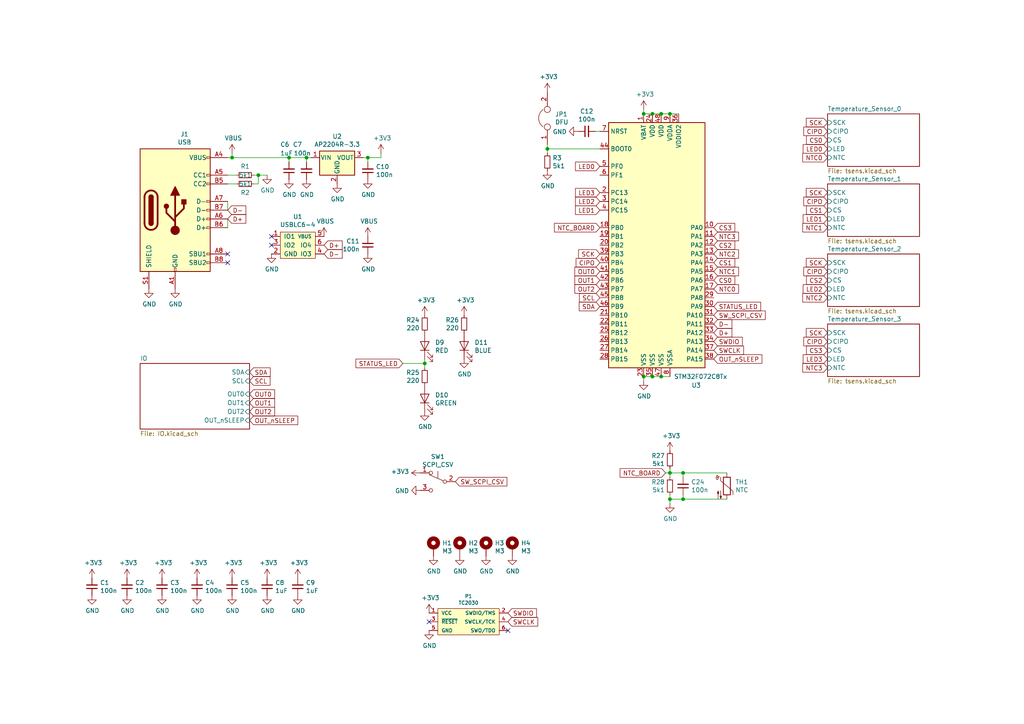
<source format=kicad_sch>
(kicad_sch (version 20211123) (generator eeschema)
  (paper "A4")
  (title_block (title "temperature-logger") (date "2022-01-19") (rev "v1.0") (company "Jana Marie Hemsing"))
  (lib_symbols
    (symbol "Connector:USB_C_Receptacle_USB2.0" (pin_names (offset 1.016))
      (property "Reference" "J" (at -10.16 19.05 0))
      (property "Value" "USB_C_Receptacle_USB2.0" (at 19.05 19.05 0))
      (symbol "USB_C_Receptacle_USB2.0_0_0"
        (rectangle (start -0.254 -17.78) (end 0.254 -16.764))
        (rectangle (start 10.16 -14.986) (end 9.144 -15.494))
        (rectangle (start 10.16 -12.446) (end 9.144 -12.954))
        (rectangle (start 10.16 -4.826) (end 9.144 -5.334))
        (rectangle (start 10.16 -2.286) (end 9.144 -2.794))
        (rectangle (start 10.16 0.254) (end 9.144 -0.254))
        (rectangle (start 10.16 2.794) (end 9.144 2.286))
        (rectangle (start 10.16 7.874) (end 9.144 7.366))
        (rectangle (start 10.16 10.414) (end 9.144 9.906))
        (rectangle (start 10.16 15.494) (end 9.144 14.986))
      )
      (symbol "USB_C_Receptacle_USB2.0_0_1"
        (rectangle (start -10.16 17.78) (end 10.16 -17.78) (stroke (width 0.254)) (fill (type background)))
        (arc (start -8.89 -3.81) (mid -6.985 -5.715) (end -5.08 -3.81) (stroke (width 0.508)))
        (arc (start -7.62 -3.81) (mid -6.985 -4.445) (end -6.35 -3.81) (stroke (width 0.254)))
        (arc (start -7.62 -3.81) (mid -6.985 -4.445) (end -6.35 -3.81) (stroke (width 0.254)) (fill (type outline)))
        (rectangle (start -7.62 -3.81) (end -6.35 3.81) (stroke (width 0.254)) (fill (type outline)))
        (arc (start -6.35 3.81) (mid -6.985 4.445) (end -7.62 3.81) (stroke (width 0.254)))
        (arc (start -6.35 3.81) (mid -6.985 4.445) (end -7.62 3.81) (stroke (width 0.254)) (fill (type outline)))
        (arc (start -5.08 3.81) (mid -6.985 5.715) (end -8.89 3.81) (stroke (width 0.508)))
        (circle (center -2.54 1.143) (radius 0.635) (stroke (width 0.254)) (fill (type outline)))
        (circle (center 0 -5.842) (radius 1.27) (fill (type outline)))
        (polyline (pts (xy -8.89 -3.81) (xy -8.89 3.81)) (stroke (width 0.508)))
        (polyline (pts (xy -5.08 3.81) (xy -5.08 -3.81)) (stroke (width 0.508)))
        (polyline (pts (xy 0 -5.842) (xy 0 4.318)) (stroke (width 0.508)))
        (polyline (pts (xy 0 -3.302) (xy -2.54 -0.762) (xy -2.54 0.508)) (stroke (width 0.508)))
        (polyline (pts (xy 0 -2.032) (xy 2.54 0.508) (xy 2.54 1.778)) (stroke (width 0.508)))
        (polyline (pts (xy -1.27 4.318) (xy 0 6.858) (xy 1.27 4.318) (xy -1.27 4.318)) (stroke (width 0.254)) (fill (type outline)))
        (rectangle (start 1.905 1.778) (end 3.175 3.048) (stroke (width 0.254)) (fill (type outline)))
      )
      (symbol "USB_C_Receptacle_USB2.0_1_1"
        (pin power_in line (at 0 -22.86 90) (length 5.08) (name "GND") (number "A1"))
        (pin passive line (at 0 -22.86 90) (length 5.08) hide (name "GND") (number "A12"))
        (pin power_in line (at 15.24 15.24 180) (length 5.08) (name "VBUS") (number "A4"))
        (pin bidirectional line (at 15.24 10.16 180) (length 5.08) (name "CC1") (number "A5"))
        (pin bidirectional line (at 15.24 -2.54 180) (length 5.08) (name "D+") (number "A6"))
        (pin bidirectional line (at 15.24 2.54 180) (length 5.08) (name "D-") (number "A7"))
        (pin bidirectional line (at 15.24 -12.7 180) (length 5.08) (name "SBU1") (number "A8"))
        (pin passive line (at 15.24 15.24 180) (length 5.08) hide (name "VBUS") (number "A9"))
        (pin passive line (at 0 -22.86 90) (length 5.08) hide (name "GND") (number "B1"))
        (pin passive line (at 0 -22.86 90) (length 5.08) hide (name "GND") (number "B12"))
        (pin passive line (at 15.24 15.24 180) (length 5.08) hide (name "VBUS") (number "B4"))
        (pin bidirectional line (at 15.24 7.62 180) (length 5.08) (name "CC2") (number "B5"))
        (pin bidirectional line (at 15.24 -5.08 180) (length 5.08) (name "D+") (number "B6"))
        (pin bidirectional line (at 15.24 0 180) (length 5.08) (name "D-") (number "B7"))
        (pin bidirectional line (at 15.24 -15.24 180) (length 5.08) (name "SBU2") (number "B8"))
        (pin passive line (at 15.24 15.24 180) (length 5.08) hide (name "VBUS") (number "B9"))
        (pin passive line (at -7.62 -22.86 90) (length 5.08) (name "SHIELD") (number "S1"))
      )
    )
    (symbol "Device:C_Small" (pin_numbers hide) (pin_names (offset 0.254) hide)
      (property "Reference" "C" (at 0.254 1.778 0))
      (property "Value" "C_Small" (at 0.254 -2.032 0))
      (symbol "C_Small_0_1"
        (polyline (pts (xy -1.524 -0.508) (xy 1.524 -0.508)) (stroke (width 0.3302)))
        (polyline (pts (xy -1.524 0.508) (xy 1.524 0.508)) (stroke (width 0.3048)))
      )
      (symbol "C_Small_1_1"
        (pin passive line (at 0 2.54 270) (length 2.032) (name "~") (number "1"))
        (pin passive line (at 0 -2.54 90) (length 2.032) (name "~") (number "2"))
      )
    )
    (symbol "Device:Jumper" (pin_names (offset 0.762) hide)
      (property "Reference" "JP" (at 0 3.81 0))
      (property "Value" "Jumper" (at 0 -2.032 0))
      (symbol "Jumper_0_1"
        (circle (center -2.54 0) (radius 0.889))
        (arc (start 2.5146 1.27) (mid 0.0127 2.5097) (end -2.4892 1.27))
        (circle (center 2.54 0) (radius 0.889))
        (pin passive line (at -7.62 0 0) (length 4.191) (name "1") (number "1"))
        (pin passive line (at 7.62 0 180) (length 4.191) (name "2") (number "2"))
      )
    )
    (symbol "Device:LED" (pin_numbers hide) (pin_names (offset 1.016) hide)
      (property "Reference" "D" (at 0 2.54 0))
      (property "Value" "LED" (at 0 -2.54 0))
      (symbol "LED_0_1"
        (polyline (pts (xy -1.27 -1.27) (xy -1.27 1.27)) (stroke (width 0.2032)))
        (polyline (pts (xy -1.27 0) (xy 1.27 0)))
        (polyline (pts (xy 1.27 -1.27) (xy 1.27 1.27) (xy -1.27 0) (xy 1.27 -1.27)) (stroke (width 0.2032)))
        (polyline (pts (xy -3.048 -0.762) (xy -4.572 -2.286) (xy -3.81 -2.286) (xy -4.572 -2.286) (xy -4.572 -1.524)))
        (polyline (pts (xy -1.778 -0.762) (xy -3.302 -2.286) (xy -2.54 -2.286) (xy -3.302 -2.286) (xy -3.302 -1.524)))
      )
      (symbol "LED_1_1"
        (pin passive line (at -3.81 0 0) (length 2.54) (name "K") (number "1"))
        (pin passive line (at 3.81 0 180) (length 2.54) (name "A") (number "2"))
      )
    )
    (symbol "Device:R_Small" (pin_numbers hide) (pin_names (offset 0.254) hide)
      (property "Reference" "R" (at 0.762 0.508 0))
      (property "Value" "R_Small" (at 0.762 -1.016 0))
      (symbol "R_Small_0_1"
        (rectangle (start -0.762 1.778) (end 0.762 -1.778) (stroke (width 0.2032)))
      )
      (symbol "R_Small_1_1"
        (pin passive line (at 0 2.54 270) (length 0.762) (name "~") (number "1"))
        (pin passive line (at 0 -2.54 90) (length 0.762) (name "~") (number "2"))
      )
    )
    (symbol "Device:Thermistor_NTC" (pin_numbers hide) (pin_names (offset 0))
      (property "Reference" "TH" (at -4.445 0 90))
      (property "Value" "Thermistor_NTC" (at 3.175 0 90))
      (symbol "Thermistor_NTC_0_1"
        (arc (start -3.048 2.159) (mid -3.0505 2.3165) (end -3.175 2.413))
        (arc (start -3.048 2.159) (mid -2.9736 1.9794) (end -2.794 1.905))
        (arc (start -3.048 2.794) (mid -2.9736 2.6144) (end -2.794 2.54))
        (arc (start -2.794 1.905) (mid -2.6144 1.9794) (end -2.54 2.159))
        (arc (start -2.794 2.54) (mid -2.434 2.5608) (end -2.159 2.794))
        (arc (start -2.794 3.048) (mid -2.9736 2.9736) (end -3.048 2.794))
        (arc (start -2.54 2.794) (mid -2.6144 2.9736) (end -2.794 3.048))
        (rectangle (start -1.016 2.54) (end 1.016 -2.54) (stroke (width 0.254)))
        (polyline (pts (xy -2.54 2.159) (xy -2.54 2.794)))
        (polyline (pts (xy -1.778 2.54) (xy -1.778 1.524) (xy 1.778 -1.524) (xy 1.778 -2.54)))
        (polyline (pts (xy -2.54 -3.683) (xy -2.54 -1.397) (xy -2.794 -2.159) (xy -2.286 -2.159) (xy -2.54 -1.397) (xy -2.54 -1.651)) (fill (type outline)))
        (polyline (pts (xy -1.778 -1.397) (xy -1.778 -3.683) (xy -2.032 -2.921) (xy -1.524 -2.921) (xy -1.778 -3.683) (xy -1.778 -3.429)) (fill (type outline)))
      )
      (symbol "Thermistor_NTC_1_1"
        (pin passive line (at 0 3.81 270) (length 1.27) (name "~") (number "1"))
        (pin passive line (at 0 -3.81 90) (length 1.27) (name "~") (number "2"))
      )
    )
    (symbol "MCU_ST_STM32F0:STM32F072C8Tx"
      (property "Reference" "U" (at -15.24 36.83 0))
      (property "Value" "STM32F072C8Tx" (at 7.62 36.83 0))
      (symbol "STM32F072C8Tx_0_1"
        (rectangle (start -15.24 -35.56) (end 12.7 35.56) (stroke (width 0.254)) (fill (type background)))
      )
      (symbol "STM32F072C8Tx_1_1"
        (pin power_in line (at -5.08 38.1 270) (length 2.54) (name "VBAT") (number "1"))
        (pin bidirectional line (at 15.24 5.08 180) (length 2.54) (name "PA0") (number "10"))
        (pin bidirectional line (at 15.24 2.54 180) (length 2.54) (name "PA1") (number "11"))
        (pin bidirectional line (at 15.24 0 180) (length 2.54) (name "PA2") (number "12"))
        (pin bidirectional line (at 15.24 -2.54 180) (length 2.54) (name "PA3") (number "13"))
        (pin bidirectional line (at 15.24 -5.08 180) (length 2.54) (name "PA4") (number "14"))
        (pin bidirectional line (at 15.24 -7.62 180) (length 2.54) (name "PA5") (number "15"))
        (pin bidirectional line (at 15.24 -10.16 180) (length 2.54) (name "PA6") (number "16"))
        (pin bidirectional line (at 15.24 -12.7 180) (length 2.54) (name "PA7") (number "17"))
        (pin bidirectional line (at -17.78 5.08 0) (length 2.54) (name "PB0") (number "18"))
        (pin bidirectional line (at -17.78 2.54 0) (length 2.54) (name "PB1") (number "19"))
        (pin bidirectional line (at -17.78 15.24 0) (length 2.54) (name "PC13") (number "2"))
        (pin bidirectional line (at -17.78 0 0) (length 2.54) (name "PB2") (number "20"))
        (pin bidirectional line (at -17.78 -20.32 0) (length 2.54) (name "PB10") (number "21"))
        (pin bidirectional line (at -17.78 -22.86 0) (length 2.54) (name "PB11") (number "22"))
        (pin power_in line (at -5.08 -38.1 90) (length 2.54) (name "VSS") (number "23"))
        (pin power_in line (at -2.54 38.1 270) (length 2.54) (name "VDD") (number "24"))
        (pin bidirectional line (at -17.78 -25.4 0) (length 2.54) (name "PB12") (number "25"))
        (pin bidirectional line (at -17.78 -27.94 0) (length 2.54) (name "PB13") (number "26"))
        (pin bidirectional line (at -17.78 -30.48 0) (length 2.54) (name "PB14") (number "27"))
        (pin bidirectional line (at -17.78 -33.02 0) (length 2.54) (name "PB15") (number "28"))
        (pin bidirectional line (at 15.24 -15.24 180) (length 2.54) (name "PA8") (number "29"))
        (pin bidirectional line (at -17.78 12.7 0) (length 2.54) (name "PC14") (number "3"))
        (pin bidirectional line (at 15.24 -17.78 180) (length 2.54) (name "PA9") (number "30"))
        (pin bidirectional line (at 15.24 -20.32 180) (length 2.54) (name "PA10") (number "31"))
        (pin bidirectional line (at 15.24 -22.86 180) (length 2.54) (name "PA11") (number "32"))
        (pin bidirectional line (at 15.24 -25.4 180) (length 2.54) (name "PA12") (number "33"))
        (pin bidirectional line (at 15.24 -27.94 180) (length 2.54) (name "PA13") (number "34"))
        (pin power_in line (at -2.54 -38.1 90) (length 2.54) (name "VSS") (number "35"))
        (pin power_in line (at 5.08 38.1 270) (length 2.54) (name "VDDIO2") (number "36"))
        (pin bidirectional line (at 15.24 -30.48 180) (length 2.54) (name "PA14") (number "37"))
        (pin bidirectional line (at 15.24 -33.02 180) (length 2.54) (name "PA15") (number "38"))
        (pin bidirectional line (at -17.78 -2.54 0) (length 2.54) (name "PB3") (number "39"))
        (pin bidirectional line (at -17.78 10.16 0) (length 2.54) (name "PC15") (number "4"))
        (pin bidirectional line (at -17.78 -5.08 0) (length 2.54) (name "PB4") (number "40"))
        (pin bidirectional line (at -17.78 -7.62 0) (length 2.54) (name "PB5") (number "41"))
        (pin bidirectional line (at -17.78 -10.16 0) (length 2.54) (name "PB6") (number "42"))
        (pin bidirectional line (at -17.78 -12.7 0) (length 2.54) (name "PB7") (number "43"))
        (pin input line (at -17.78 27.94 0) (length 2.54) (name "BOOT0") (number "44"))
        (pin bidirectional line (at -17.78 -15.24 0) (length 2.54) (name "PB8") (number "45"))
        (pin bidirectional line (at -17.78 -17.78 0) (length 2.54) (name "PB9") (number "46"))
        (pin power_in line (at 0 -38.1 90) (length 2.54) (name "VSS") (number "47"))
        (pin power_in line (at 0 38.1 270) (length 2.54) (name "VDD") (number "48"))
        (pin input line (at -17.78 22.86 0) (length 2.54) (name "PF0") (number "5"))
        (pin input line (at -17.78 20.32 0) (length 2.54) (name "PF1") (number "6"))
        (pin input line (at -17.78 33.02 0) (length 2.54) (name "NRST") (number "7"))
        (pin power_in line (at 2.54 -38.1 90) (length 2.54) (name "VSSA") (number "8"))
        (pin power_in line (at 2.54 38.1 270) (length 2.54) (name "VDDA") (number "9"))
      )
    )
    (symbol "Mechanical:MountingHole_Pad" (pin_numbers hide) (pin_names (offset 1.016) hide)
      (property "Reference" "H" (at 0 6.35 0))
      (property "Value" "MountingHole_Pad" (at 0 4.445 0))
      (symbol "MountingHole_Pad_0_1"
        (circle (center 0 1.27) (radius 1.27) (stroke (width 1.27)))
      )
      (symbol "MountingHole_Pad_1_1"
        (pin input line (at 0 -2.54 90) (length 2.54) (name "1") (number "1"))
      )
    )
    (symbol "Regulator_Linear:AP2204R-3.3" (pin_names (offset 0.254))
      (property "Reference" "U" (at -5.08 3.175 0))
      (property "Value" "AP2204R-3.3" (at 0 3.175 0))
      (symbol "AP2204R-3.3_0_1"
        (rectangle (start -5.08 1.905) (end 5.08 -5.08) (stroke (width 0.254)) (fill (type background)))
      )
      (symbol "AP2204R-3.3_1_1"
        (pin power_in line (at -7.62 0 0) (length 2.54) (name "VIN") (number "1"))
        (pin power_in line (at 0 -7.62 90) (length 2.54) (name "GND") (number "2"))
        (pin power_out line (at 7.62 0 180) (length 2.54) (name "VOUT") (number "3"))
      )
    )
    (symbol "Switch:SW_Push_SPDT" (pin_names (offset 0) hide)
      (property "Reference" "SW" (at 0 4.318 0))
      (property "Value" "SW_Push_SPDT" (at 0 -5.08 0))
      (symbol "SW_Push_SPDT_0_0"
        (circle (center -2.032 0) (radius 0.508))
        (polyline (pts (xy 0 1.016) (xy 0 3.048)))
        (circle (center 2.032 -2.54) (radius 0.508))
      )
      (symbol "SW_Push_SPDT_0_1"
        (polyline (pts (xy -1.524 0.254) (xy 2.54 2.032)))
        (circle (center 2.032 2.54) (radius 0.508))
      )
      (symbol "SW_Push_SPDT_1_1"
        (pin passive line (at 5.08 2.54 180) (length 2.54) (name "A") (number "1"))
        (pin passive line (at -5.08 0 0) (length 2.54) (name "B") (number "2"))
        (pin passive line (at 5.08 -2.54 180) (length 2.54) (name "C") (number "3"))
      )
    )
    (symbol "otter:GND" (power) (pin_names (offset 0))
      (property "Value" "GND" (at 0 -3.81 0))
      (symbol "GND_0_1"
        (polyline (pts (xy 0 0) (xy 0 -1.27) (xy 1.27 -1.27) (xy 0 -2.54) (xy -1.27 -1.27) (xy 0 -1.27)))
      )
      (symbol "GND_1_1"
        (pin power_in line (at 0 0 270) (length 0) hide (name "GND") (number "1"))
      )
    )
    (symbol "otter:TC2030-CTX-Tag-Connect" (pin_names (offset 1.016))
      (property "Reference" "P" (at -1.27 -5.08 0))
      (property "Value" "TC2030-CTX-Tag-Connect" (at 0 5.08 0))
      (symbol "TC2030-CTX-Tag-Connect_0_1"
        (rectangle (start 8.89 3.81) (end -8.89 -3.81) (fill (type background)))
      )
      (symbol "TC2030-CTX-Tag-Connect_1_1"
        (pin passive line (at -11.43 2.54 0) (length 2.54) (name "VCC") (number "1"))
        (pin passive line (at 11.43 2.54 180) (length 2.54) (name "SWDIO/TMS") (number "2"))
        (pin passive line (at -11.43 0 0) (length 2.54) (name "~{RESET}") (number "3"))
        (pin passive line (at 11.43 0 180) (length 2.54) (name "SWCLK/TCK") (number "4"))
        (pin passive line (at -11.43 -2.54 0) (length 2.54) (name "GND") (number "5"))
        (pin passive line (at 11.43 -2.54 180) (length 2.54) (name "SWO/TDO") (number "6"))
      )
    )
    (symbol "otter:otter_USBLC6-4" (pin_names (offset 1.016))
      (property "Reference" "U" (at 0 7.62 0))
      (property "Value" "otter_USBLC6-4" (at 0 5.08 0))
      (symbol "otter_USBLC6-4_0_1"
        (rectangle (start -5.08 3.81) (end 5.08 -3.81) (fill (type background)))
      )
      (symbol "otter_USBLC6-4_1_1"
        (pin input line (at -7.62 2.54 0) (length 2.54) (name "IO1") (number "1"))
        (pin input line (at -7.62 -2.54 0) (length 2.54) (name "GND") (number "2"))
        (pin input line (at -7.62 0 0) (length 2.54) (name "IO2") (number "3"))
        (pin input line (at 7.62 -2.54 180) (length 2.54) (name "IO3") (number "4"))
        (pin input line (at 7.62 2.54 180) (length 2.54) (name "VBUS") (number "5"))
        (pin input line (at 7.62 0 180) (length 2.54) (name "IO4") (number "6"))
      )
    )
    (symbol "power:+3V3" (power) (pin_names (offset 0))
      (property "Value" "+3V3" (at 0 3.556 0))
      (symbol "+3V3_0_1"
        (polyline (pts (xy -0.762 1.27) (xy 0 2.54)))
        (polyline (pts (xy 0 0) (xy 0 2.54)))
        (polyline (pts (xy 0 2.54) (xy 0.762 1.27)))
      )
      (symbol "+3V3_1_1"
        (pin power_in line (at 0 0 90) (length 0) hide (name "+3V3") (number "1"))
      )
    )
    (symbol "power:VBUS" (power) (pin_names (offset 0))
      (property "Value" "VBUS" (at 0 3.81 0))
      (symbol "VBUS_0_1"
        (polyline (pts (xy -0.762 1.27) (xy 0 2.54)))
        (polyline (pts (xy 0 0) (xy 0 2.54)))
        (polyline (pts (xy 0 2.54) (xy 0.762 1.27)))
      )
      (symbol "VBUS_1_1"
        (pin power_in line (at 0 0 90) (length 0) hide (name "VBUS") (number "1"))
      )
    )
  )
  (junction (at 191.77 109.22))
  (junction (at 123.19 105.41))
  (junction (at 189.23 33.02))
  (junction (at 67.31 45.72))
  (junction (at 198.12 137.16))
  (junction (at 88.9 45.72))
  (junction (at 74.93 50.8))
  (junction (at 198.12 144.78))
  (junction (at 186.69 33.02))
  (junction (at 194.31 144.78))
  (junction (at 158.75 43.18))
  (junction (at 194.31 137.16))
  (junction (at 106.68 45.72))
  (junction (at 186.69 109.22))
  (junction (at 194.31 33.02))
  (junction (at 83.82 45.72))
  (junction (at 189.23 109.22))
  (junction (at 191.77 33.02))
  (no_connect (at 78.74 68.58))
  (no_connect (at 66.04 76.2))
  (no_connect (at 124.46 180.34))
  (no_connect (at 66.04 73.66))
  (no_connect (at 78.74 71.12))
  (no_connect (at 147.32 182.88))
  (wire (pts (xy 73.66 50.8) (xy 74.93 50.8)))
  (wire (pts (xy 123.19 105.41) (xy 123.19 104.14)))
  (wire (pts (xy 123.19 106.68) (xy 123.19 105.41)))
  (wire (pts (xy 88.9 45.72) (xy 83.82 45.72)))
  (wire (pts (xy 77.47 50.8) (xy 74.93 50.8)))
  (wire (pts (xy 189.23 33.02) (xy 191.77 33.02)))
  (wire (pts (xy 66.04 53.34) (xy 68.58 53.34)))
  (wire (pts (xy 105.41 45.72) (xy 106.68 45.72)))
  (wire (pts (xy 194.31 33.02) (xy 196.85 33.02)))
  (wire (pts (xy 186.69 109.22) (xy 186.69 110.49)))
  (wire (pts (xy 173.99 38.1) (xy 172.72 38.1)))
  (wire (pts (xy 83.82 46.99) (xy 83.82 45.72)))
  (wire (pts (xy 173.99 43.18) (xy 158.75 43.18)))
  (wire (pts (xy 123.19 105.41) (xy 116.84 105.41)))
  (wire (pts (xy 194.31 137.16) (xy 193.04 137.16)))
  (wire (pts (xy 191.77 33.02) (xy 194.31 33.02)))
  (wire (pts (xy 110.49 45.72) (xy 110.49 44.45)))
  (wire (pts (xy 66.04 63.5) (xy 66.04 66.04)))
  (wire (pts (xy 198.12 144.78) (xy 210.82 144.78)))
  (wire (pts (xy 191.77 109.22) (xy 189.23 109.22)))
  (wire (pts (xy 194.31 138.43) (xy 194.31 137.16)))
  (wire (pts (xy 191.77 109.22) (xy 194.31 109.22)))
  (wire (pts (xy 67.31 44.45) (xy 67.31 45.72)))
  (wire (pts (xy 158.75 43.18) (xy 158.75 41.91)))
  (wire (pts (xy 198.12 143.51) (xy 198.12 144.78)))
  (wire (pts (xy 74.93 53.34) (xy 73.66 53.34)))
  (wire (pts (xy 194.31 137.16) (xy 198.12 137.16)))
  (wire (pts (xy 198.12 138.43) (xy 198.12 137.16)))
  (wire (pts (xy 194.31 144.78) (xy 198.12 144.78)))
  (wire (pts (xy 198.12 137.16) (xy 210.82 137.16)))
  (wire (pts (xy 186.69 31.75) (xy 186.69 33.02)))
  (wire (pts (xy 66.04 58.42) (xy 66.04 60.96)))
  (wire (pts (xy 74.93 50.8) (xy 74.93 53.34)))
  (wire (pts (xy 88.9 46.99) (xy 88.9 45.72)))
  (wire (pts (xy 67.31 45.72) (xy 66.04 45.72)))
  (wire (pts (xy 68.58 50.8) (xy 66.04 50.8)))
  (wire (pts (xy 90.17 45.72) (xy 88.9 45.72)))
  (wire (pts (xy 83.82 45.72) (xy 67.31 45.72)))
  (wire (pts (xy 194.31 146.05) (xy 194.31 144.78)))
  (wire (pts (xy 186.69 33.02) (xy 189.23 33.02)))
  (wire (pts (xy 158.75 44.45) (xy 158.75 43.18)))
  (wire (pts (xy 194.31 144.78) (xy 194.31 143.51)))
  (wire (pts (xy 106.68 46.99) (xy 106.68 45.72)))
  (wire (pts (xy 189.23 109.22) (xy 186.69 109.22)))
  (wire (pts (xy 194.31 137.16) (xy 194.31 135.89)))
  (wire (pts (xy 106.68 45.72) (xy 110.49 45.72)))
  (global_label "SCL" (shape input) (at 72.39 110.49 0) (property "Intersheet References" "${INTERSHEET_REFS}" (effects hide)))
  (global_label "SDA" (shape input) (at 173.99 88.9 180) (property "Intersheet References" "${INTERSHEET_REFS}" (effects hide)))
  (global_label "LED0" (shape input) (at 173.99 48.26 180) (property "Intersheet References" "${INTERSHEET_REFS}" (effects hide)))
  (global_label "CS1" (shape input) (at 207.01 76.2 0) (property "Intersheet References" "${INTERSHEET_REFS}" (effects hide)))
  (global_label "NTC3" (shape input) (at 240.03 106.68 180) (property "Intersheet References" "${INTERSHEET_REFS}" (effects hide)))
  (global_label "OUT1" (shape input) (at 72.39 116.84 0) (property "Intersheet References" "${INTERSHEET_REFS}" (effects hide)))
  (global_label "D-" (shape input) (at 93.98 73.66 0) (property "Intersheet References" "${INTERSHEET_REFS}" (effects hide)))
  (global_label "NTC0" (shape input) (at 240.03 45.72 180) (property "Intersheet References" "${INTERSHEET_REFS}" (effects hide)))
  (global_label "SWDIO" (shape input) (at 207.01 99.06 0) (property "Intersheet References" "${INTERSHEET_REFS}" (effects hide)))
  (global_label "OUT0" (shape input) (at 72.39 114.3 0) (property "Intersheet References" "${INTERSHEET_REFS}" (effects hide)))
  (global_label "D+" (shape input) (at 93.98 71.12 0) (property "Intersheet References" "${INTERSHEET_REFS}" (effects hide)))
  (global_label "LED3" (shape input) (at 240.03 104.14 180) (property "Intersheet References" "${INTERSHEET_REFS}" (effects hide)))
  (global_label "OUT2" (shape input) (at 72.39 119.38 0) (property "Intersheet References" "${INTERSHEET_REFS}" (effects hide)))
  (global_label "NTC1" (shape input) (at 240.03 66.04 180) (property "Intersheet References" "${INTERSHEET_REFS}" (effects hide)))
  (global_label "LED3" (shape input) (at 173.99 55.88 180) (property "Intersheet References" "${INTERSHEET_REFS}" (effects hide)))
  (global_label "NTC2" (shape input) (at 207.01 73.66 0) (property "Intersheet References" "${INTERSHEET_REFS}" (effects hide)))
  (global_label "NTC0" (shape input) (at 207.01 83.82 0) (property "Intersheet References" "${INTERSHEET_REFS}" (effects hide)))
  (global_label "CS0" (shape input) (at 240.03 40.64 180) (property "Intersheet References" "${INTERSHEET_REFS}" (effects hide)))
  (global_label "OUT1" (shape input) (at 173.99 81.28 180) (property "Intersheet References" "${INTERSHEET_REFS}" (effects hide)))
  (global_label "CIPO" (shape input) (at 240.03 99.06 180) (property "Intersheet References" "${INTERSHEET_REFS}" (effects hide)))
  (global_label "SDA" (shape input) (at 72.39 107.95 0) (property "Intersheet References" "${INTERSHEET_REFS}" (effects hide)))
  (global_label "CIPO" (shape input) (at 240.03 78.74 180) (property "Intersheet References" "${INTERSHEET_REFS}" (effects hide)))
  (global_label "STATUS_LED" (shape input) (at 116.84 105.41 180) (property "Intersheet References" "${INTERSHEET_REFS}" (effects hide)))
  (global_label "SCK" (shape input) (at 240.03 35.56 180) (property "Intersheet References" "${INTERSHEET_REFS}" (effects hide)))
  (global_label "LED0" (shape input) (at 240.03 43.18 180) (property "Intersheet References" "${INTERSHEET_REFS}" (effects hide)))
  (global_label "LED2" (shape input) (at 173.99 58.42 180) (property "Intersheet References" "${INTERSHEET_REFS}" (effects hide)))
  (global_label "CS3" (shape input) (at 207.01 66.04 0) (property "Intersheet References" "${INTERSHEET_REFS}" (effects hide)))
  (global_label "SCK" (shape input) (at 173.99 73.66 180) (property "Intersheet References" "${INTERSHEET_REFS}" (effects hide)))
  (global_label "CIPO" (shape input) (at 240.03 58.42 180) (property "Intersheet References" "${INTERSHEET_REFS}" (effects hide)))
  (global_label "D-" (shape input) (at 66.04 60.96 0) (property "Intersheet References" "${INTERSHEET_REFS}" (effects hide)))
  (global_label "NTC1" (shape input) (at 207.01 78.74 0) (property "Intersheet References" "${INTERSHEET_REFS}" (effects hide)))
  (global_label "OUT_nSLEEP" (shape input) (at 72.39 121.92 0) (property "Intersheet References" "${INTERSHEET_REFS}" (effects hide)))
  (global_label "NTC3" (shape input) (at 207.01 68.58 0) (property "Intersheet References" "${INTERSHEET_REFS}" (effects hide)))
  (global_label "OUT_nSLEEP" (shape input) (at 207.01 104.14 0) (property "Intersheet References" "${INTERSHEET_REFS}" (effects hide)))
  (global_label "NTC2" (shape input) (at 240.03 86.36 180) (property "Intersheet References" "${INTERSHEET_REFS}" (effects hide)))
  (global_label "CIPO" (shape input) (at 240.03 38.1 180) (property "Intersheet References" "${INTERSHEET_REFS}" (effects hide)))
  (global_label "CS1" (shape input) (at 240.03 60.96 180) (property "Intersheet References" "${INTERSHEET_REFS}" (effects hide)))
  (global_label "STATUS_LED" (shape input) (at 207.01 88.9 0) (property "Intersheet References" "${INTERSHEET_REFS}" (effects hide)))
  (global_label "SWCLK" (shape input) (at 147.32 180.34 0) (property "Intersheet References" "${INTERSHEET_REFS}" (effects hide)))
  (global_label "LED1" (shape input) (at 240.03 63.5 180) (property "Intersheet References" "${INTERSHEET_REFS}" (effects hide)))
  (global_label "SCK" (shape input) (at 240.03 55.88 180) (property "Intersheet References" "${INTERSHEET_REFS}" (effects hide)))
  (global_label "CS3" (shape input) (at 240.03 101.6 180) (property "Intersheet References" "${INTERSHEET_REFS}" (effects hide)))
  (global_label "SCK" (shape input) (at 240.03 96.52 180) (property "Intersheet References" "${INTERSHEET_REFS}" (effects hide)))
  (global_label "NTC_BOARD" (shape input) (at 193.04 137.16 180) (property "Intersheet References" "${INTERSHEET_REFS}" (effects hide)))
  (global_label "SCK" (shape input) (at 240.03 76.2 180) (property "Intersheet References" "${INTERSHEET_REFS}" (effects hide)))
  (global_label "NTC_BOARD" (shape input) (at 173.99 66.04 180) (property "Intersheet References" "${INTERSHEET_REFS}" (effects hide)))
  (global_label "CS0" (shape input) (at 207.01 81.28 0) (property "Intersheet References" "${INTERSHEET_REFS}" (effects hide)))
  (global_label "D-" (shape input) (at 207.01 93.98 0) (property "Intersheet References" "${INTERSHEET_REFS}" (effects hide)))
  (global_label "OUT0" (shape input) (at 173.99 78.74 180) (property "Intersheet References" "${INTERSHEET_REFS}" (effects hide)))
  (global_label "CS2" (shape input) (at 240.03 81.28 180) (property "Intersheet References" "${INTERSHEET_REFS}" (effects hide)))
  (global_label "LED1" (shape input) (at 173.99 60.96 180) (property "Intersheet References" "${INTERSHEET_REFS}" (effects hide)))
  (global_label "CIPO" (shape input) (at 173.99 76.2 180) (property "Intersheet References" "${INTERSHEET_REFS}" (effects hide)))
  (global_label "SCL" (shape input) (at 173.99 86.36 180) (property "Intersheet References" "${INTERSHEET_REFS}" (effects hide)))
  (global_label "SW_SCPI_CSV" (shape input) (at 207.01 91.44 0) (property "Intersheet References" "${INTERSHEET_REFS}" (effects hide)))
  (global_label "OUT2" (shape input) (at 173.99 83.82 180) (property "Intersheet References" "${INTERSHEET_REFS}" (effects hide)))
  (global_label "LED2" (shape input) (at 240.03 83.82 180) (property "Intersheet References" "${INTERSHEET_REFS}" (effects hide)))
  (global_label "D+" (shape input) (at 66.04 63.5 0) (property "Intersheet References" "${INTERSHEET_REFS}" (effects hide)))
  (global_label "CS2" (shape input) (at 207.01 71.12 0) (property "Intersheet References" "${INTERSHEET_REFS}" (effects hide)))
  (global_label "SWCLK" (shape input) (at 207.01 101.6 0) (property "Intersheet References" "${INTERSHEET_REFS}" (effects hide)))
  (global_label "D+" (shape input) (at 207.01 96.52 0) (property "Intersheet References" "${INTERSHEET_REFS}" (effects hide)))
  (global_label "SW_SCPI_CSV" (shape input) (at 132.08 139.7 0) (property "Intersheet References" "${INTERSHEET_REFS}" (effects hide)))
  (global_label "SWDIO" (shape input) (at 147.32 177.8 0) (property "Intersheet References" "${INTERSHEET_REFS}" (effects hide)))
  (symbol (lib_id "Regulator_Linear:AP2204R-3.3") (at 97.79 45.72 0) (unit 1)
    (property "Reference" "U2" (at 97.79 39.5732 0))
    (property "Value" "AP2204R-3.3" (at 97.79 41.8846 0))
    (property "Footprint" "Package_TO_SOT_SMD:SOT-89-3" (effects hide))
    (property "Datasheet" "https://www.diodes.com/assets/Datasheets/AP2204.pdf" (effects hide))
  )
  (symbol (lib_id "Connector:USB_C_Receptacle_USB2.0") (at 50.8 60.96 0) (unit 1)
    (property "Reference" "J1" (at 53.5178 38.9382 0))
    (property "Value" "USB" (at 53.5178 41.2496 0))
    (property "Footprint" "otter:USB-C 16Pin" (effects hide))
    (property "Datasheet" "https://www.usb.org/sites/default/files/documents/usb_type-c.zip" (effects hide))
  )
  (symbol (lib_id "otter:GND") (at 43.18 83.82 0) (unit 1)
    (property "Reference" "#PWR0101" (effects hide))
    (property "Value" "GND" (at 43.307 88.2142 0))
  )
  (symbol (lib_id "otter:GND") (at 50.8 83.82 0) (unit 1)
    (property "Reference" "#PWR0102" (effects hide))
    (property "Value" "GND" (at 50.927 88.2142 0))
  )
  (symbol (lib_id "Device:R_Small") (at 71.12 50.8 270) (unit 1)
    (property "Reference" "R1" (at 71.12 48.26 90))
    (property "Value" "5k1" (at 71.12 50.8 90))
    (property "Footprint" "otter:R_0402" (effects hide))
  )
  (symbol (lib_id "Device:R_Small") (at 71.12 53.34 90) (unit 1)
    (property "Reference" "R2" (at 71.12 55.88 90))
    (property "Value" "5k1" (at 71.12 53.34 90))
    (property "Footprint" "otter:R_0402" (effects hide))
  )
  (symbol (lib_id "otter:GND") (at 77.47 50.8 0) (unit 1)
    (property "Reference" "#PWR0103" (effects hide))
    (property "Value" "GND" (at 77.597 55.1942 0))
  )
  (symbol (lib_id "power:VBUS") (at 67.31 44.45 0) (unit 1)
    (property "Reference" "#PWR0104" (effects hide))
    (property "Value" "VBUS" (at 67.691 40.0558 0))
  )
  (symbol (lib_id "otter:GND") (at 97.79 53.34 0) (unit 1)
    (property "Reference" "#PWR0105" (effects hide))
    (property "Value" "GND" (at 97.917 57.7342 0))
  )
  (symbol (lib_id "otter:GND") (at 186.69 110.49 0) (unit 1)
    (property "Reference" "#PWR0106" (effects hide))
    (property "Value" "GND" (at 186.817 114.8842 0))
  )
  (symbol (lib_id "Device:LED") (at 123.19 100.33 90)
    (property "Reference" "D9" (at 126.1872 99.3394 90) (effects (justify right)))
    (property "Value" "RED" (at 126.1872 101.6508 90) (effects (justify right)))
    (property "Footprint" "otter:LED_0603_1608Metric" (effects hide))
  )
  (symbol (lib_id "Device:LED") (at 123.19 115.57 90)
    (property "Reference" "D10" (at 126.1872 114.5794 90) (effects (justify right)))
    (property "Value" "GREEN" (at 126.1872 116.8908 90) (effects (justify right)))
    (property "Footprint" "otter:LED_0603_1608Metric" (effects hide))
  )
  (symbol (lib_id "Device:R_Small") (at 123.19 93.98 0)
    (property "Reference" "R24" (at 121.7168 92.8116 0) (effects (justify right)))
    (property "Value" "220" (at 121.7168 95.123 0) (effects (justify right)))
    (property "Footprint" "otter:R_0402" (effects hide))
  )
  (symbol (lib_id "Device:R_Small") (at 123.19 109.22 180)
    (property "Reference" "R25" (at 121.7168 108.0516 0) (effects (justify left)))
    (property "Value" "220" (at 121.7168 110.363 0) (effects (justify left)))
    (property "Footprint" "otter:R_0402" (effects hide))
  )
  (symbol (lib_id "otter:GND") (at 123.19 119.38 0)
    (property "Reference" "#PWR0189" (effects hide))
    (property "Value" "GND" (at 123.317 123.7742 0))
  )
  (symbol (lib_id "power:+3V3") (at 123.19 91.44 0)
    (property "Reference" "#PWR0190" (effects hide))
    (property "Value" "+3V3" (at 123.571 87.0458 0))
  )
  (symbol (lib_id "Device:C_Small") (at 170.18 38.1 90) (unit 1)
    (property "Reference" "C12" (at 170.18 32.2834 90))
    (property "Value" "100n" (at 170.18 34.5948 90))
    (property "Footprint" "otter:C_0402" (effects hide))
  )
  (symbol (lib_id "otter:GND") (at 167.64 38.1 270) (unit 1)
    (property "Reference" "#PWR0107" (effects hide))
    (property "Value" "GND" (at 164.3888 38.227 90) (effects (justify right)))
  )
  (symbol (lib_id "Device:R_Small") (at 134.62 93.98 0)
    (property "Reference" "R26" (at 133.1468 92.8116 0) (effects (justify right)))
    (property "Value" "220" (at 133.1468 95.123 0) (effects (justify right)))
    (property "Footprint" "otter:R_0402" (effects hide))
  )
  (symbol (lib_id "power:+3V3") (at 134.62 91.44 0)
    (property "Reference" "#PWR0191" (effects hide))
    (property "Value" "+3V3" (at 135.001 87.0458 0))
  )
  (symbol (lib_id "Device:LED") (at 134.62 100.33 90)
    (property "Reference" "D11" (at 137.6172 99.3394 90) (effects (justify right)))
    (property "Value" "BLUE" (at 137.6172 101.6508 90) (effects (justify right)))
    (property "Footprint" "otter:LED_0603_1608Metric" (effects hide))
  )
  (symbol (lib_id "otter:GND") (at 134.62 104.14 0)
    (property "Reference" "#PWR0192" (effects hide))
    (property "Value" "GND" (at 134.747 108.5342 0))
  )
  (symbol (lib_id "Device:C_Small") (at 88.9 49.53 180) (unit 1)
    (property "Reference" "C7" (at 87.63 41.91 0) (effects (justify left)))
    (property "Value" "100n" (at 90.17 44.45 0) (effects (justify left)))
    (property "Footprint" "otter:C_0402" (effects hide))
  )
  (symbol (lib_id "Device:C_Small") (at 106.68 49.53 180) (unit 1)
    (property "Reference" "C10" (at 109.0168 48.3616 0) (effects (justify right)))
    (property "Value" "100n" (at 109.0168 50.673 0) (effects (justify right)))
    (property "Footprint" "otter:C_0402" (effects hide))
  )
  (symbol (lib_id "otter:GND") (at 88.9 52.07 0) (unit 1)
    (property "Reference" "#PWR0108" (effects hide))
    (property "Value" "GND" (at 89.027 56.4642 0))
  )
  (symbol (lib_id "otter:GND") (at 106.68 52.07 0) (unit 1)
    (property "Reference" "#PWR0109" (effects hide))
    (property "Value" "GND" (at 106.807 56.4642 0))
  )
  (symbol (lib_id "otter:GND") (at 194.31 146.05 0)
    (property "Reference" "#PWR0193" (effects hide))
    (property "Value" "GND" (at 194.437 150.4442 0))
  )
  (symbol (lib_id "Device:R_Small") (at 194.31 133.35 0)
    (property "Reference" "R27" (at 192.8368 132.1816 0) (effects (justify right)))
    (property "Value" "5k1" (at 192.8368 134.493 0) (effects (justify right)))
    (property "Footprint" "otter:R_0402" (effects hide))
  )
  (symbol (lib_id "Device:R_Small") (at 194.31 140.97 0)
    (property "Reference" "R28" (at 192.8368 139.8016 0) (effects (justify right)))
    (property "Value" "5k1" (at 192.8368 142.113 0) (effects (justify right)))
    (property "Footprint" "otter:R_0402" (effects hide))
  )
  (symbol (lib_id "power:+3V3") (at 194.31 130.81 0) (unit 1)
    (property "Reference" "#PWR0194" (effects hide))
    (property "Value" "+3V3" (at 194.691 126.4158 0))
  )
  (symbol (lib_id "Device:C_Small") (at 198.12 140.97 180) (unit 1)
    (property "Reference" "C24" (at 200.4568 139.8016 0) (effects (justify right)))
    (property "Value" "100n" (at 200.4568 142.113 0) (effects (justify right)))
    (property "Footprint" "otter:C_0402" (effects hide))
  )
  (symbol (lib_id "Device:Thermistor_NTC") (at 210.82 140.97 0) (unit 1)
    (property "Reference" "TH1" (at 213.2838 139.8016 0) (effects (justify left)))
    (property "Value" "NTC" (at 213.2838 142.113 0) (effects (justify left)))
    (property "Footprint" "otter:R_0603" (effects hide))
  )
  (symbol (lib_id "Device:R_Small") (at 158.75 46.99 180) (unit 1)
    (property "Reference" "R3" (at 160.2486 45.8216 0) (effects (justify right)))
    (property "Value" "5k1" (at 160.2486 48.133 0) (effects (justify right)))
    (property "Footprint" "otter:R_0402" (effects hide))
  )
  (symbol (lib_id "otter:GND") (at 158.75 49.53 0) (unit 1)
    (property "Reference" "#PWR0110" (effects hide))
    (property "Value" "GND" (at 158.877 53.9242 0))
  )
  (symbol (lib_id "Device:Jumper") (at 158.75 34.29 90) (unit 1)
    (property "Reference" "JP1" (at 160.9852 33.1216 90) (effects (justify right)))
    (property "Value" "DFU" (at 160.9852 35.433 90) (effects (justify right)))
    (property "Footprint" "otter:R_0805" (effects hide))
  )
  (symbol (lib_id "power:+3V3") (at 186.69 31.75 0) (unit 1)
    (property "Reference" "#PWR0111" (effects hide))
    (property "Value" "+3V3" (at 187.071 27.3558 0))
  )
  (symbol (lib_id "power:+3V3") (at 158.75 26.67 0) (unit 1)
    (property "Reference" "#PWR0112" (effects hide))
    (property "Value" "+3V3" (at 159.131 22.2758 0))
  )
  (symbol (lib_id "power:+3V3") (at 110.49 44.45 0) (unit 1)
    (property "Reference" "#PWR0113" (effects hide))
    (property "Value" "+3V3" (at 110.871 40.0558 0))
  )
  (symbol (lib_id "otter:TC2030-CTX-Tag-Connect") (at 135.89 180.34 0) (unit 1)
    (property "Reference" "P1" (at 135.89 172.9232 0) (effects (font (size 1.016 1.016))))
    (property "Value" "TC2030" (at 135.89 174.8536 0) (effects (font (size 1.016 1.016))))
    (property "Footprint" "otter:TC2030" (effects hide))
  )
  (symbol (lib_id "power:+3V3") (at 124.46 177.8 0) (unit 1)
    (property "Reference" "#PWR0114" (effects hide))
    (property "Value" "+3V3" (at 124.841 173.4058 0))
  )
  (symbol (lib_id "otter:GND") (at 124.46 182.88 0) (unit 1)
    (property "Reference" "#PWR0115" (effects hide))
    (property "Value" "GND" (at 124.587 187.2742 0))
  )
  (symbol (lib_id "otter:otter_USBLC6-4") (at 86.36 71.12 0) (unit 1)
    (property "Reference" "U1" (at 86.36 62.865 0))
    (property "Value" "USBLC6-4" (at 86.36 65.1764 0))
    (property "Footprint" "Package_TO_SOT_SMD:SOT-23-6" (effects hide))
  )
  (symbol (lib_id "otter:GND") (at 78.74 73.66 0) (unit 1)
    (property "Reference" "#PWR0116" (effects hide))
    (property "Value" "GND" (at 78.867 78.0542 0))
  )
  (symbol (lib_id "power:VBUS") (at 93.98 68.58 0) (unit 1)
    (property "Reference" "#PWR0117" (effects hide))
    (property "Value" "VBUS" (at 94.361 64.1858 0))
  )
  (symbol (lib_id "Device:C_Small") (at 106.68 71.12 180) (unit 1)
    (property "Reference" "C11" (at 104.3432 69.9516 0) (effects (justify left)))
    (property "Value" "100n" (at 104.3432 72.263 0) (effects (justify left)))
    (property "Footprint" "otter:C_0402" (effects hide))
  )
  (symbol (lib_id "otter:GND") (at 106.68 73.66 0) (unit 1)
    (property "Reference" "#PWR0118" (effects hide))
    (property "Value" "GND" (at 106.807 78.0542 0))
  )
  (symbol (lib_id "power:VBUS") (at 106.68 68.58 0) (unit 1)
    (property "Reference" "#PWR0119" (effects hide))
    (property "Value" "VBUS" (at 107.061 64.1858 0))
  )
  (symbol (lib_id "power:+3V3") (at 26.67 167.64 0) (unit 1)
    (property "Reference" "#PWR0120" (effects hide))
    (property "Value" "+3V3" (at 27.051 163.2458 0))
  )
  (symbol (lib_id "Device:C_Small") (at 26.67 170.18 180) (unit 1)
    (property "Reference" "C1" (at 29.0068 169.0116 0) (effects (justify right)))
    (property "Value" "100n" (at 29.0068 171.323 0) (effects (justify right)))
    (property "Footprint" "otter:C_0402" (effects hide))
  )
  (symbol (lib_id "otter:GND") (at 26.67 172.72 0) (unit 1)
    (property "Reference" "#PWR0121" (effects hide))
    (property "Value" "GND" (at 26.797 177.1142 0))
  )
  (symbol (lib_id "power:+3V3") (at 36.83 167.64 0) (unit 1)
    (property "Reference" "#PWR0122" (effects hide))
    (property "Value" "+3V3" (at 37.211 163.2458 0))
  )
  (symbol (lib_id "Device:C_Small") (at 36.83 170.18 180) (unit 1)
    (property "Reference" "C2" (at 39.1668 169.0116 0) (effects (justify right)))
    (property "Value" "100n" (at 39.1668 171.323 0) (effects (justify right)))
    (property "Footprint" "otter:C_0402" (effects hide))
  )
  (symbol (lib_id "otter:GND") (at 36.83 172.72 0) (unit 1)
    (property "Reference" "#PWR0123" (effects hide))
    (property "Value" "GND" (at 36.957 177.1142 0))
  )
  (symbol (lib_id "power:+3V3") (at 46.99 167.64 0) (unit 1)
    (property "Reference" "#PWR0124" (effects hide))
    (property "Value" "+3V3" (at 47.371 163.2458 0))
  )
  (symbol (lib_id "Device:C_Small") (at 46.99 170.18 180) (unit 1)
    (property "Reference" "C3" (at 49.3268 169.0116 0) (effects (justify right)))
    (property "Value" "100n" (at 49.3268 171.323 0) (effects (justify right)))
    (property "Footprint" "otter:C_0402" (effects hide))
  )
  (symbol (lib_id "otter:GND") (at 46.99 172.72 0) (unit 1)
    (property "Reference" "#PWR0125" (effects hide))
    (property "Value" "GND" (at 47.117 177.1142 0))
  )
  (symbol (lib_id "power:+3V3") (at 57.15 167.64 0) (unit 1)
    (property "Reference" "#PWR0126" (effects hide))
    (property "Value" "+3V3" (at 57.531 163.2458 0))
  )
  (symbol (lib_id "Device:C_Small") (at 57.15 170.18 180) (unit 1)
    (property "Reference" "C4" (at 59.4868 169.0116 0) (effects (justify right)))
    (property "Value" "100n" (at 59.4868 171.323 0) (effects (justify right)))
    (property "Footprint" "otter:C_0402" (effects hide))
  )
  (symbol (lib_id "otter:GND") (at 57.15 172.72 0) (unit 1)
    (property "Reference" "#PWR0127" (effects hide))
    (property "Value" "GND" (at 57.277 177.1142 0))
  )
  (symbol (lib_id "power:+3V3") (at 67.31 167.64 0) (unit 1)
    (property "Reference" "#PWR0128" (effects hide))
    (property "Value" "+3V3" (at 67.691 163.2458 0))
  )
  (symbol (lib_id "Device:C_Small") (at 67.31 170.18 180) (unit 1)
    (property "Reference" "C5" (at 69.6468 169.0116 0) (effects (justify right)))
    (property "Value" "100n" (at 69.6468 171.323 0) (effects (justify right)))
    (property "Footprint" "otter:C_0402" (effects hide))
  )
  (symbol (lib_id "otter:GND") (at 67.31 172.72 0) (unit 1)
    (property "Reference" "#PWR0129" (effects hide))
    (property "Value" "GND" (at 67.437 177.1142 0))
  )
  (symbol (lib_id "MCU_ST_STM32F0:STM32F072C8Tx") (at 191.77 71.12 0) (unit 1)
    (property "Reference" "U3" (at 201.93 111.76 0))
    (property "Value" "STM32F072C8Tx" (at 203.2 109.22 0))
    (property "Footprint" "Package_QFP:LQFP-48_7x7mm_P0.5mm" (effects hide))
    (property "Datasheet" "http://www.st.com/st-web-ui/static/active/en/resource/technical/document/datasheet/DM00090510.pdf" (effects hide))
  )
  (symbol (lib_id "Mechanical:MountingHole_Pad") (at 125.73 158.75 0) (unit 1)
    (property "Reference" "H1" (at 128.27 157.5054 0) (effects (justify left)))
    (property "Value" "M3" (at 128.27 159.8168 0) (effects (justify left)))
    (property "Footprint" "MountingHole:MountingHole_3.2mm_M3_Pad_Via" (effects hide))
  )
  (symbol (lib_id "otter:GND") (at 125.73 161.29 0) (unit 1)
    (property "Reference" "#PWR0130" (effects hide))
    (property "Value" "GND" (at 125.857 165.6842 0))
  )
  (symbol (lib_id "Mechanical:MountingHole_Pad") (at 133.35 158.75 0) (unit 1)
    (property "Reference" "H2" (at 135.89 157.5054 0) (effects (justify left)))
    (property "Value" "M3" (at 135.89 159.8168 0) (effects (justify left)))
    (property "Footprint" "MountingHole:MountingHole_3.2mm_M3_Pad_Via" (effects hide))
  )
  (symbol (lib_id "otter:GND") (at 133.35 161.29 0) (unit 1)
    (property "Reference" "#PWR0131" (effects hide))
    (property "Value" "GND" (at 133.477 165.6842 0))
  )
  (symbol (lib_id "Mechanical:MountingHole_Pad") (at 140.97 158.75 0) (unit 1)
    (property "Reference" "H3" (at 143.51 157.5054 0) (effects (justify left)))
    (property "Value" "M3" (at 143.51 159.8168 0) (effects (justify left)))
    (property "Footprint" "MountingHole:MountingHole_3.2mm_M3_Pad_Via" (effects hide))
  )
  (symbol (lib_id "otter:GND") (at 140.97 161.29 0) (unit 1)
    (property "Reference" "#PWR0132" (effects hide))
    (property "Value" "GND" (at 141.097 165.6842 0))
  )
  (symbol (lib_id "Mechanical:MountingHole_Pad") (at 148.59 158.75 0) (unit 1)
    (property "Reference" "H4" (at 151.13 157.5054 0) (effects (justify left)))
    (property "Value" "M3" (at 151.13 159.8168 0) (effects (justify left)))
    (property "Footprint" "MountingHole:MountingHole_3.2mm_M3_Pad_Via" (effects hide))
  )
  (symbol (lib_id "otter:GND") (at 148.59 161.29 0) (unit 1)
    (property "Reference" "#PWR0133" (effects hide))
    (property "Value" "GND" (at 148.717 165.6842 0))
  )
  (symbol (lib_id "Switch:SW_Push_SPDT") (at 127 139.7 0) (mirror y) (unit 1)
    (property "Reference" "SW1" (at 127 132.461 0))
    (property "Value" "SCPI_CSV" (at 127 134.7724 0))
    (property "Footprint" "Button_Switch_SMD:SW_SPDT_PCM12" (effects hide))
  )
  (symbol (lib_id "power:+3V3") (at 121.92 137.16 90) (unit 1)
    (property "Reference" "#PWR0134" (effects hide))
    (property "Value" "+3V3" (at 118.6688 136.779 90) (effects (justify left)))
  )
  (symbol (lib_id "otter:GND") (at 121.92 142.24 270) (unit 1)
    (property "Reference" "#PWR0135" (effects hide))
    (property "Value" "GND" (at 118.6688 142.367 90) (effects (justify right)))
  )
  (symbol (lib_id "power:+3V3") (at 77.47 167.64 0) (unit 1)
    (property "Reference" "#PWR0136" (effects hide))
    (property "Value" "+3V3" (at 77.851 163.2458 0))
  )
  (symbol (lib_id "otter:GND") (at 77.47 172.72 0) (unit 1)
    (property "Reference" "#PWR0137" (effects hide))
    (property "Value" "GND" (at 77.597 177.1142 0))
  )
  (symbol (lib_id "Device:C_Small") (at 77.47 170.18 180) (unit 1)
    (property "Reference" "C8" (at 79.8068 169.0116 0) (effects (justify right)))
    (property "Value" "1uF" (at 79.8068 171.323 0) (effects (justify right)))
    (property "Footprint" "otter:C_0603" (effects hide))
  )
  (symbol (lib_id "power:+3V3") (at 86.36 167.64 0) (unit 1)
    (property "Reference" "#PWR0138" (effects hide))
    (property "Value" "+3V3" (at 86.741 163.2458 0))
  )
  (symbol (lib_id "otter:GND") (at 86.36 172.72 0) (unit 1)
    (property "Reference" "#PWR0139" (effects hide))
    (property "Value" "GND" (at 86.487 177.1142 0))
  )
  (symbol (lib_id "Device:C_Small") (at 86.36 170.18 180) (unit 1)
    (property "Reference" "C9" (at 88.6968 169.0116 0) (effects (justify right)))
    (property "Value" "1uF" (at 88.6968 171.323 0) (effects (justify right)))
    (property "Footprint" "otter:C_0603" (effects hide))
  )
  (symbol (lib_id "otter:GND") (at 83.82 52.07 0) (unit 1)
    (property "Reference" "#PWR0140" (effects hide))
    (property "Value" "GND" (at 83.947 56.4642 0))
  )
  (symbol (lib_id "Device:C_Small") (at 83.82 49.53 180) (unit 1)
    (property "Reference" "C6" (at 81.28 41.91 0) (effects (justify right)))
    (property "Value" "1uF" (at 81.28 44.45 0) (effects (justify right)))
    (property "Footprint" "otter:C_0603" (effects hide))
  )
  (sheet (at 240.03 33.02) (size 26.67 15.24)
    (property "Sheet name" "Temperature_Sensor_0" (at 240.03 32.3084 0) (effects (justify left bottom)))
    (property "Sheet file" "tsens.kicad_sch" (at 240.03 48.8446 0) (effects (justify left top)))
    (pin "LED" input (at 240.03 43.18 180))
    (pin "CIPO" input (at 240.03 38.1 180))
    (pin "SCK" input (at 240.03 35.56 180))
    (pin "CS" input (at 240.03 40.64 180))
    (pin "NTC" input (at 240.03 45.72 180))
  )
  (sheet (at 240.03 53.34) (size 26.67 15.24)
    (property "Sheet name" "Temperature_Sensor_1" (at 240.03 52.6284 0) (effects (justify left bottom)))
    (property "Sheet file" "tsens.kicad_sch" (at 240.03 69.1646 0) (effects (justify left top)))
    (pin "LED" input (at 240.03 63.5 180))
    (pin "CIPO" input (at 240.03 58.42 180))
    (pin "SCK" input (at 240.03 55.88 180))
    (pin "CS" input (at 240.03 60.96 180))
    (pin "NTC" input (at 240.03 66.04 180))
  )
  (sheet (at 240.03 73.66) (size 26.67 15.24)
    (property "Sheet name" "Temperature_Sensor_2" (at 240.03 72.9484 0) (effects (justify left bottom)))
    (property "Sheet file" "tsens.kicad_sch" (at 240.03 89.4846 0) (effects (justify left top)))
    (pin "LED" input (at 240.03 83.82 180))
    (pin "CIPO" input (at 240.03 78.74 180))
    (pin "SCK" input (at 240.03 76.2 180))
    (pin "CS" input (at 240.03 81.28 180))
    (pin "NTC" input (at 240.03 86.36 180))
  )
  (sheet (at 240.03 93.98) (size 26.67 15.24)
    (property "Sheet name" "Temperature_Sensor_3" (at 240.03 93.2684 0) (effects (justify left bottom)))
    (property "Sheet file" "tsens.kicad_sch" (at 240.03 109.8046 0) (effects (justify left top)))
    (pin "LED" input (at 240.03 104.14 180))
    (pin "CIPO" input (at 240.03 99.06 180))
    (pin "SCK" input (at 240.03 96.52 180))
    (pin "CS" input (at 240.03 101.6 180))
    (pin "NTC" input (at 240.03 106.68 180))
  )
  (sheet (at 40.64 105.41) (size 31.75 19.05)
    (property "Sheet name" "IO" (at 40.64 104.6984 0) (effects (justify left bottom)))
    (property "Sheet file" "IO.kicad_sch" (at 40.64 125.0446 0) (effects (justify left top)))
    (pin "SDA" input (at 72.39 107.95 0))
    (pin "SCL" input (at 72.39 110.49 0))
    (pin "OUT0" input (at 72.39 114.3 0))
    (pin "OUT1" input (at 72.39 116.84 0))
    (pin "OUT2" input (at 72.39 119.38 0))
    (pin "OUT_nSLEEP" input (at 72.39 121.92 0))
  )
)
</source>
